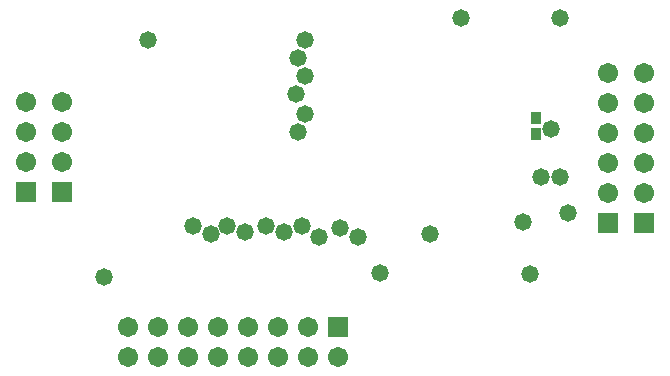
<source format=gbs>
G04 CAM350/DFMSTREAM V11.0 (Build 715) Date:  Thu Jan 31 17:38:16 2019 *
G04 Database: (Untitled) *
G04 Layer 6: pcb2-1 *
%FSTAX43Y43*%
%MOMM*%
%SFA1.000B1.000*%

%MIA0B0*%
%IPPOS*%
%ADD30R,0.90300X1.10300*%
%ADD37C,1.70300*%
%ADD38R,1.70300X1.70300*%
%ADD39C,1.47300*%
%LNpcb2-1*%
%LPD*%
G54D30*
X0094995Y0075676D03*
Y0076976D03*
G54D37*
X0054863Y0078358D03*
Y0075818D03*
X0060451Y0056768D03*
Y0059308D03*
X0062991Y0056768D03*
Y0059308D03*
X0065531Y0056768D03*
Y0059308D03*
X0068071Y0056768D03*
Y0059308D03*
X0070611Y0056768D03*
Y0059308D03*
X0073151Y0056768D03*
Y0059308D03*
X0075691Y0056768D03*
Y0059308D03*
X0078231Y0056768D03*
X0054863Y0073278D03*
X0051815D03*
Y0075818D03*
Y0078358D03*
X0101091Y0070611D03*
Y0073151D03*
Y0075691D03*
Y0078231D03*
Y0080771D03*
X0104139D03*
Y0078231D03*
Y0075691D03*
Y0073151D03*
Y0070611D03*
G54D38*
X0078231Y0059308D03*
X0101091Y0068071D03*
X0104139D03*
X0054863Y0070738D03*
X0051815D03*
G54D39*
X0075437Y0083565D03*
X0074802Y0082041D03*
X0075437Y0080517D03*
X0074675Y0078993D03*
X0075437Y0077342D03*
X0074802Y0075818D03*
X0065912Y0067817D03*
X0067436Y0067182D03*
X0068833Y0067817D03*
X0070357Y0067309D03*
X0072135Y0067817D03*
X0073659Y0067309D03*
X0075183Y0067817D03*
X007658Y0066928D03*
X0078358Y006769D03*
X0079882Y0066928D03*
X0096265Y0076072D03*
X0095376Y0072008D03*
X0097027D03*
X0097012Y0085485D03*
X0093852Y0068198D03*
X0094487Y0063753D03*
X0097662Y006896D03*
X0088645Y008547D03*
X0081787Y006388D03*
X0058449Y0063499D03*
X0062102Y0083565D03*
X0085978Y0067182D03*
M02*

</source>
